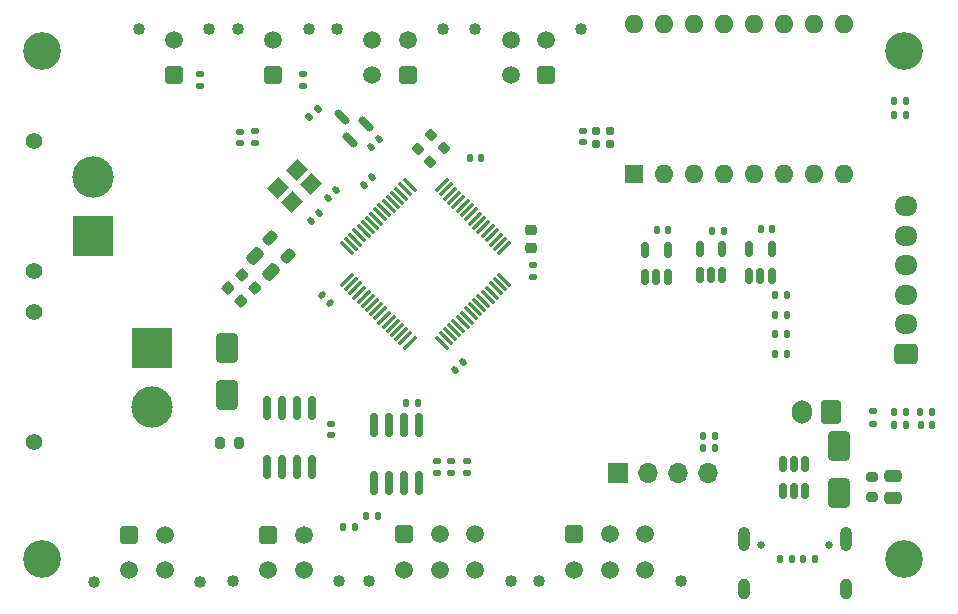
<source format=gbr>
%TF.GenerationSoftware,KiCad,Pcbnew,7.0.11-7.0.11~ubuntu22.04.1*%
%TF.CreationDate,2024-03-19T20:37:35+01:00*%
%TF.ProjectId,sdrac_board,73647261-635f-4626-9f61-72642e6b6963,2.0*%
%TF.SameCoordinates,Original*%
%TF.FileFunction,Soldermask,Bot*%
%TF.FilePolarity,Negative*%
%FSLAX46Y46*%
G04 Gerber Fmt 4.6, Leading zero omitted, Abs format (unit mm)*
G04 Created by KiCad (PCBNEW 7.0.11-7.0.11~ubuntu22.04.1) date 2024-03-19 20:37:35*
%MOMM*%
%LPD*%
G01*
G04 APERTURE LIST*
G04 Aperture macros list*
%AMRoundRect*
0 Rectangle with rounded corners*
0 $1 Rounding radius*
0 $2 $3 $4 $5 $6 $7 $8 $9 X,Y pos of 4 corners*
0 Add a 4 corners polygon primitive as box body*
4,1,4,$2,$3,$4,$5,$6,$7,$8,$9,$2,$3,0*
0 Add four circle primitives for the rounded corners*
1,1,$1+$1,$2,$3*
1,1,$1+$1,$4,$5*
1,1,$1+$1,$6,$7*
1,1,$1+$1,$8,$9*
0 Add four rect primitives between the rounded corners*
20,1,$1+$1,$2,$3,$4,$5,0*
20,1,$1+$1,$4,$5,$6,$7,0*
20,1,$1+$1,$6,$7,$8,$9,0*
20,1,$1+$1,$8,$9,$2,$3,0*%
%AMRotRect*
0 Rectangle, with rotation*
0 The origin of the aperture is its center*
0 $1 length*
0 $2 width*
0 $3 Rotation angle, in degrees counterclockwise*
0 Add horizontal line*
21,1,$1,$2,0,0,$3*%
G04 Aperture macros list end*
%ADD10RoundRect,0.250000X0.600000X0.750000X-0.600000X0.750000X-0.600000X-0.750000X0.600000X-0.750000X0*%
%ADD11O,1.700000X2.000000*%
%ADD12RoundRect,0.250000X0.725000X-0.600000X0.725000X0.600000X-0.725000X0.600000X-0.725000X-0.600000X0*%
%ADD13O,1.950000X1.700000*%
%ADD14C,1.020000*%
%ADD15RoundRect,0.250001X-0.499999X-0.499999X0.499999X-0.499999X0.499999X0.499999X-0.499999X0.499999X0*%
%ADD16C,1.500000*%
%ADD17C,1.400000*%
%ADD18R,3.500000X3.500000*%
%ADD19C,3.500000*%
%ADD20RoundRect,0.250001X0.499999X0.499999X-0.499999X0.499999X-0.499999X-0.499999X0.499999X-0.499999X0*%
%ADD21C,3.200000*%
%ADD22R,1.700000X1.700000*%
%ADD23O,1.700000X1.700000*%
%ADD24C,0.650000*%
%ADD25O,1.000000X2.100000*%
%ADD26O,1.000000X1.800000*%
%ADD27R,1.600000X1.600000*%
%ADD28O,1.600000X1.600000*%
%ADD29RoundRect,0.150000X-0.150000X0.825000X-0.150000X-0.825000X0.150000X-0.825000X0.150000X0.825000X0*%
%ADD30RoundRect,0.135000X0.035355X-0.226274X0.226274X-0.035355X-0.035355X0.226274X-0.226274X0.035355X0*%
%ADD31RoundRect,0.135000X0.135000X0.185000X-0.135000X0.185000X-0.135000X-0.185000X0.135000X-0.185000X0*%
%ADD32RoundRect,0.155000X-0.155000X0.212500X-0.155000X-0.212500X0.155000X-0.212500X0.155000X0.212500X0*%
%ADD33RoundRect,0.150000X0.150000X-0.512500X0.150000X0.512500X-0.150000X0.512500X-0.150000X-0.512500X0*%
%ADD34RoundRect,0.150000X0.521491X-0.309359X-0.309359X0.521491X-0.521491X0.309359X0.309359X-0.521491X0*%
%ADD35RoundRect,0.135000X-0.135000X-0.185000X0.135000X-0.185000X0.135000X0.185000X-0.135000X0.185000X0*%
%ADD36RoundRect,0.135000X-0.185000X0.135000X-0.185000X-0.135000X0.185000X-0.135000X0.185000X0.135000X0*%
%ADD37RoundRect,0.200000X0.200000X0.275000X-0.200000X0.275000X-0.200000X-0.275000X0.200000X-0.275000X0*%
%ADD38RoundRect,0.135000X0.185000X-0.135000X0.185000X0.135000X-0.185000X0.135000X-0.185000X-0.135000X0*%
%ADD39RoundRect,0.075000X-0.548008X0.441942X0.441942X-0.548008X0.548008X-0.441942X-0.441942X0.548008X0*%
%ADD40RoundRect,0.075000X-0.548008X-0.441942X-0.441942X-0.548008X0.548008X0.441942X0.441942X0.548008X0*%
%ADD41RoundRect,0.250000X0.512652X0.159099X0.159099X0.512652X-0.512652X-0.159099X-0.159099X-0.512652X0*%
%ADD42RoundRect,0.140000X0.021213X-0.219203X0.219203X-0.021213X-0.021213X0.219203X-0.219203X0.021213X0*%
%ADD43RoundRect,0.250000X-0.650000X1.000000X-0.650000X-1.000000X0.650000X-1.000000X0.650000X1.000000X0*%
%ADD44RoundRect,0.140000X0.140000X0.170000X-0.140000X0.170000X-0.140000X-0.170000X0.140000X-0.170000X0*%
%ADD45RoundRect,0.140000X0.170000X-0.140000X0.170000X0.140000X-0.170000X0.140000X-0.170000X-0.140000X0*%
%ADD46RoundRect,0.200000X0.275000X-0.200000X0.275000X0.200000X-0.275000X0.200000X-0.275000X-0.200000X0*%
%ADD47RoundRect,0.140000X-0.021213X0.219203X-0.219203X0.021213X0.021213X-0.219203X0.219203X-0.021213X0*%
%ADD48RoundRect,0.225000X0.335876X0.017678X0.017678X0.335876X-0.335876X-0.017678X-0.017678X-0.335876X0*%
%ADD49RoundRect,0.250000X0.475000X-0.250000X0.475000X0.250000X-0.475000X0.250000X-0.475000X-0.250000X0*%
%ADD50RoundRect,0.200000X-0.053033X0.335876X-0.335876X0.053033X0.053033X-0.335876X0.335876X-0.053033X0*%
%ADD51RoundRect,0.200000X0.053033X-0.335876X0.335876X-0.053033X-0.053033X0.335876X-0.335876X0.053033X0*%
%ADD52RoundRect,0.140000X-0.219203X-0.021213X-0.021213X-0.219203X0.219203X0.021213X0.021213X0.219203X0*%
%ADD53RoundRect,0.140000X-0.170000X0.140000X-0.170000X-0.140000X0.170000X-0.140000X0.170000X0.140000X0*%
%ADD54RoundRect,0.150000X-0.150000X0.512500X-0.150000X-0.512500X0.150000X-0.512500X0.150000X0.512500X0*%
%ADD55RoundRect,0.140000X-0.140000X-0.170000X0.140000X-0.170000X0.140000X0.170000X-0.140000X0.170000X0*%
%ADD56RoundRect,0.225000X-0.250000X0.225000X-0.250000X-0.225000X0.250000X-0.225000X0.250000X0.225000X0*%
%ADD57RotRect,1.400000X1.200000X225.000000*%
%ADD58RoundRect,0.150000X0.150000X-0.825000X0.150000X0.825000X-0.150000X0.825000X-0.150000X-0.825000X0*%
%ADD59RoundRect,0.218750X0.424264X0.114905X0.114905X0.424264X-0.424264X-0.114905X-0.114905X-0.424264X0*%
G04 APERTURE END LIST*
D10*
%TO.C,J11*%
X69350000Y-26625000D03*
D11*
X66850000Y-26625000D03*
%TD*%
D12*
%TO.C,J1*%
X75700000Y-21700000D03*
D13*
X75700000Y-19200000D03*
X75700000Y-16700000D03*
X75700000Y-14200000D03*
X75700000Y-11700000D03*
X75700000Y-9200000D03*
%TD*%
D14*
%TO.C,U4*%
X6900000Y-40990000D03*
X15900000Y-40990000D03*
D15*
X9900000Y-37050000D03*
D16*
X12900000Y-37050000D03*
X9900000Y-40050000D03*
X12900000Y-40050000D03*
%TD*%
D17*
%TO.C,J3*%
X1850000Y-14700000D03*
X1850000Y-3700000D03*
D18*
X6850000Y-11700000D03*
D19*
X6850000Y-6700000D03*
%TD*%
D14*
%TO.C,J5*%
X48200000Y5820000D03*
X39200000Y5820000D03*
D20*
X45200000Y1880000D03*
D16*
X42200000Y1880000D03*
X45200000Y4880000D03*
X42200000Y4880000D03*
%TD*%
D17*
%TO.C,J2*%
X1875000Y-29200000D03*
X1875000Y-18200000D03*
D18*
X11875000Y-21200000D03*
D19*
X11875000Y-26200000D03*
%TD*%
D14*
%TO.C,J10*%
X30200000Y-40940000D03*
X42200000Y-40940000D03*
D15*
X33200000Y-37000000D03*
D16*
X36200000Y-37000000D03*
X39200000Y-37000000D03*
X33200000Y-40000000D03*
X36200000Y-40000000D03*
X39200000Y-40000000D03*
%TD*%
D21*
%TO.C,H1*%
X2500000Y3900000D03*
%TD*%
D14*
%TO.C,J9*%
X44600000Y-40940000D03*
X56600000Y-40940000D03*
D15*
X47600000Y-37000000D03*
D16*
X50600000Y-37000000D03*
X53600000Y-37000000D03*
X47600000Y-40000000D03*
X50600000Y-40000000D03*
X53600000Y-40000000D03*
%TD*%
D14*
%TO.C,U5*%
X18700000Y-40980000D03*
X27700000Y-40980000D03*
D15*
X21700000Y-37040000D03*
D16*
X24700000Y-37040000D03*
X21700000Y-40040000D03*
X24700000Y-40040000D03*
%TD*%
D22*
%TO.C,J12*%
X51300000Y-31800000D03*
D23*
X53840000Y-31800000D03*
X56380000Y-31800000D03*
X58920000Y-31800000D03*
%TD*%
D24*
%TO.C,J6*%
X63360000Y-37920000D03*
X69140000Y-37920000D03*
D25*
X61930000Y-37400000D03*
D26*
X61930000Y-41600000D03*
D25*
X70570000Y-37400000D03*
D26*
X70570000Y-41600000D03*
%TD*%
D14*
%TO.C,J4*%
X36500000Y5820000D03*
X27500000Y5820000D03*
D20*
X33500000Y1880000D03*
D16*
X30500000Y1880000D03*
X33500000Y4880000D03*
X30500000Y4880000D03*
%TD*%
D21*
%TO.C,H2*%
X75500000Y3900000D03*
%TD*%
%TO.C,H3*%
X75500000Y-39100000D03*
%TD*%
%TO.C,H4*%
X2500000Y-39100000D03*
%TD*%
D27*
%TO.C,A1*%
X52680000Y-6500000D03*
D28*
X55220000Y-6500000D03*
X57760000Y-6500000D03*
X60300000Y-6500000D03*
X62840000Y-6500000D03*
X65380000Y-6500000D03*
X67920000Y-6500000D03*
X70460000Y-6500000D03*
X70460000Y6200000D03*
X67920000Y6200000D03*
X65380000Y6200000D03*
X62840000Y6200000D03*
X60300000Y6200000D03*
X57760000Y6200000D03*
X55220000Y6200000D03*
X52680000Y6200000D03*
%TD*%
D14*
%TO.C,J7*%
X25100000Y5820000D03*
X19100000Y5820000D03*
D20*
X22100000Y1880000D03*
D16*
X22100000Y4880000D03*
%TD*%
D14*
%TO.C,J8*%
X16700000Y5820000D03*
X10700000Y5820000D03*
D20*
X13700000Y1880000D03*
D16*
X13700000Y4880000D03*
%TD*%
D29*
%TO.C,U3*%
X21595000Y-26325000D03*
X22865000Y-26325000D03*
X24135000Y-26325000D03*
X25405000Y-26325000D03*
X25405000Y-31275000D03*
X24135000Y-31275000D03*
X22865000Y-31275000D03*
X21595000Y-31275000D03*
%TD*%
D30*
%TO.C,R33*%
X25139376Y-1660624D03*
X25860624Y-939376D03*
%TD*%
D31*
%TO.C,R9*%
X31010000Y-35400000D03*
X29990000Y-35400000D03*
%TD*%
D32*
%TO.C,C30*%
X49400000Y-2812500D03*
X49400000Y-3947500D03*
%TD*%
D33*
%TO.C,U8*%
X64300000Y-15112501D03*
X63350000Y-15112501D03*
X62400000Y-15112501D03*
X62400000Y-12837501D03*
X64300000Y-12837501D03*
%TD*%
D34*
%TO.C,U11*%
X29934664Y-2291161D03*
X28591161Y-3634664D03*
X27937087Y-1637087D03*
%TD*%
D35*
%TO.C,R35*%
X74690000Y-26600000D03*
X75710000Y-26600000D03*
%TD*%
%TO.C,R12*%
X64590000Y-18400000D03*
X65610000Y-18400000D03*
%TD*%
D36*
%TO.C,R10*%
X20575000Y-2875000D03*
X20575000Y-3895000D03*
%TD*%
D31*
%TO.C,R30*%
X59510000Y-29700000D03*
X58490000Y-29700000D03*
%TD*%
%TO.C,R4*%
X75710000Y-27700000D03*
X74690000Y-27700000D03*
%TD*%
D36*
%TO.C,R11*%
X72900000Y-26590000D03*
X72900000Y-27610000D03*
%TD*%
D37*
%TO.C,R14*%
X19225000Y-29300000D03*
X17575000Y-29300000D03*
%TD*%
D38*
%TO.C,R31*%
X24600000Y990000D03*
X24600000Y2010000D03*
%TD*%
D39*
%TO.C,U2*%
X28335519Y-12738819D03*
X28689072Y-12385266D03*
X29042625Y-12031713D03*
X29396179Y-11678159D03*
X29749732Y-11324606D03*
X30103286Y-10971052D03*
X30456839Y-10617499D03*
X30810392Y-10263946D03*
X31163946Y-9910392D03*
X31517499Y-9556839D03*
X31871052Y-9203286D03*
X32224606Y-8849732D03*
X32578159Y-8496179D03*
X32931713Y-8142625D03*
X33285266Y-7789072D03*
X33638819Y-7435519D03*
D40*
X36361181Y-7435519D03*
X36714734Y-7789072D03*
X37068287Y-8142625D03*
X37421841Y-8496179D03*
X37775394Y-8849732D03*
X38128948Y-9203286D03*
X38482501Y-9556839D03*
X38836054Y-9910392D03*
X39189608Y-10263946D03*
X39543161Y-10617499D03*
X39896714Y-10971052D03*
X40250268Y-11324606D03*
X40603821Y-11678159D03*
X40957375Y-12031713D03*
X41310928Y-12385266D03*
X41664481Y-12738819D03*
D39*
X41664481Y-15461181D03*
X41310928Y-15814734D03*
X40957375Y-16168287D03*
X40603821Y-16521841D03*
X40250268Y-16875394D03*
X39896714Y-17228948D03*
X39543161Y-17582501D03*
X39189608Y-17936054D03*
X38836054Y-18289608D03*
X38482501Y-18643161D03*
X38128948Y-18996714D03*
X37775394Y-19350268D03*
X37421841Y-19703821D03*
X37068287Y-20057375D03*
X36714734Y-20410928D03*
X36361181Y-20764481D03*
D40*
X33638819Y-20764481D03*
X33285266Y-20410928D03*
X32931713Y-20057375D03*
X32578159Y-19703821D03*
X32224606Y-19350268D03*
X31871052Y-18996714D03*
X31517499Y-18643161D03*
X31163946Y-18289608D03*
X30810392Y-17936054D03*
X30456839Y-17582501D03*
X30103286Y-17228948D03*
X29749732Y-16875394D03*
X29396179Y-16521841D03*
X29042625Y-16168287D03*
X28689072Y-15814734D03*
X28335519Y-15461181D03*
%TD*%
D31*
%TO.C,R29*%
X59510000Y-28700000D03*
X58490000Y-28700000D03*
%TD*%
D41*
%TO.C,C10*%
X21871751Y-14771751D03*
X20528249Y-13428249D03*
%TD*%
D31*
%TO.C,R28*%
X66005000Y-39100000D03*
X64985000Y-39100000D03*
%TD*%
D42*
%TO.C,C4*%
X37460589Y-23039411D03*
X38139411Y-22360589D03*
%TD*%
D43*
%TO.C,D1*%
X70000000Y-29500000D03*
X70000000Y-33500000D03*
%TD*%
D44*
%TO.C,C40*%
X60230000Y-11337500D03*
X59270000Y-11337500D03*
%TD*%
D35*
%TO.C,R18*%
X74690000Y-1500000D03*
X75710000Y-1500000D03*
%TD*%
D45*
%TO.C,C1*%
X19275000Y-3865000D03*
X19275000Y-2905000D03*
%TD*%
D44*
%TO.C,C36*%
X39680000Y-5100000D03*
X38720000Y-5100000D03*
%TD*%
D33*
%TO.C,U7*%
X60100000Y-15075001D03*
X59150000Y-15075001D03*
X58200000Y-15075001D03*
X58200000Y-12800001D03*
X60100000Y-12800001D03*
%TD*%
D46*
%TO.C,R26*%
X72800000Y-33825000D03*
X72800000Y-32175000D03*
%TD*%
D36*
%TO.C,R2*%
X37165001Y-30754999D03*
X37165001Y-31774999D03*
%TD*%
D42*
%TO.C,C2*%
X25260589Y-10439411D03*
X25939411Y-9760589D03*
%TD*%
D31*
%TO.C,R34*%
X77910000Y-26600000D03*
X76890000Y-26600000D03*
%TD*%
D47*
%TO.C,C43*%
X31060731Y-3516224D03*
X30381909Y-4195046D03*
%TD*%
D35*
%TO.C,R3*%
X64590000Y-20000000D03*
X65610000Y-20000000D03*
%TD*%
D48*
%TO.C,C8*%
X20545926Y-16132932D03*
X19449910Y-15036916D03*
%TD*%
D49*
%TO.C,C42*%
X74600000Y-33950000D03*
X74600000Y-32050000D03*
%TD*%
D50*
%TO.C,R16*%
X36544023Y-4277297D03*
X35377297Y-5444023D03*
%TD*%
D36*
%TO.C,R5*%
X38465000Y-30755001D03*
X38465000Y-31775001D03*
%TD*%
D51*
%TO.C,R15*%
X34316637Y-4383363D03*
X35483363Y-3216637D03*
%TD*%
D35*
%TO.C,R13*%
X64590000Y-16700000D03*
X65610000Y-16700000D03*
%TD*%
D52*
%TO.C,C6*%
X26260589Y-16760589D03*
X26939411Y-17439411D03*
%TD*%
D31*
%TO.C,R7*%
X34375000Y-25875000D03*
X33355000Y-25875000D03*
%TD*%
D53*
%TO.C,C11*%
X27000000Y-27620000D03*
X27000000Y-28580000D03*
%TD*%
%TO.C,C32*%
X48300000Y-2820000D03*
X48300000Y-3780000D03*
%TD*%
D48*
%TO.C,C9*%
X19362221Y-17233794D03*
X18266205Y-16137778D03*
%TD*%
D35*
%TO.C,R27*%
X66985000Y-39100000D03*
X68005000Y-39100000D03*
%TD*%
D32*
%TO.C,C31*%
X50600000Y-2812500D03*
X50600000Y-3947500D03*
%TD*%
D35*
%TO.C,R17*%
X74690000Y-300000D03*
X75710000Y-300000D03*
%TD*%
D44*
%TO.C,C39*%
X64329999Y-11175000D03*
X63369999Y-11175000D03*
%TD*%
D35*
%TO.C,R8*%
X64590000Y-21700000D03*
X65610000Y-21700000D03*
%TD*%
D54*
%TO.C,U10*%
X65250000Y-31062500D03*
X66200000Y-31062500D03*
X67150000Y-31062500D03*
X67150000Y-33337500D03*
X66200000Y-33337500D03*
X65250000Y-33337500D03*
%TD*%
D55*
%TO.C,C47*%
X76920000Y-27700000D03*
X77880000Y-27700000D03*
%TD*%
D56*
%TO.C,C14*%
X43900000Y-11225000D03*
X43900000Y-12775000D03*
%TD*%
D57*
%TO.C,Y1*%
X25278858Y-7323223D03*
X23723223Y-8878858D03*
X22521142Y-7676777D03*
X24076777Y-6121142D03*
%TD*%
D47*
%TO.C,C7*%
X30439411Y-6760589D03*
X29760589Y-7439411D03*
%TD*%
%TO.C,C3*%
X27439411Y-7860589D03*
X26760589Y-8539411D03*
%TD*%
D36*
%TO.C,R1*%
X35965001Y-30755000D03*
X35965001Y-31775000D03*
%TD*%
D45*
%TO.C,C5*%
X44100000Y-15180000D03*
X44100000Y-14220000D03*
%TD*%
D43*
%TO.C,D2*%
X18200000Y-21200000D03*
X18200000Y-25200000D03*
%TD*%
D35*
%TO.C,R6*%
X27990000Y-36400000D03*
X29010000Y-36400000D03*
%TD*%
D33*
%TO.C,U9*%
X55500000Y-15175000D03*
X54550000Y-15175000D03*
X53600000Y-15175000D03*
X53600000Y-12900000D03*
X55500000Y-12900000D03*
%TD*%
D58*
%TO.C,U1*%
X34470000Y-32650000D03*
X33200000Y-32650000D03*
X31930000Y-32650000D03*
X30660000Y-32650000D03*
X30660000Y-27700000D03*
X31930000Y-27700000D03*
X33200000Y-27700000D03*
X34470000Y-27700000D03*
%TD*%
D44*
%TO.C,C41*%
X55530000Y-11237500D03*
X54570000Y-11237500D03*
%TD*%
D59*
%TO.C,FB1*%
X23365514Y-13437087D03*
X21862912Y-11934485D03*
%TD*%
D38*
%TO.C,R32*%
X15900000Y990000D03*
X15900000Y2010000D03*
%TD*%
M02*

</source>
